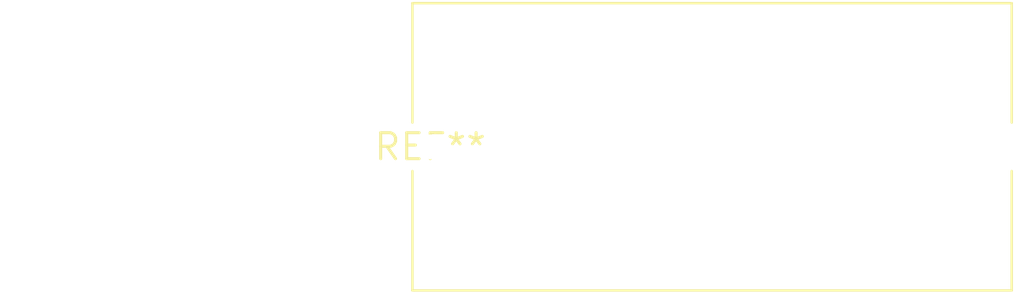
<source format=kicad_pcb>
(kicad_pcb (version 20240108) (generator pcbnew)
  (layers (0 "F.Cu" signal) (31 "B.Cu" signal) (34 "B.Paste" user) (35 "F.Paste" user) (36 "B.SilkS" user "B.Silkscreen") (37 "F.SilkS" user "F.Silkscreen") (38 "B.Mask" user) (39 "F.Mask" user) (44 "Edge.Cuts" user))
  (net 0 "")
  (footprint "C_Rect_L29.0mm_W13.8mm_P27.50mm_MKT" (layer "F.Cu") (at 0 0)
    (property "Reference" "REF**")
    (property "Value" "C_Rect_L29.0mm_W13.8mm_P27.50mm_MKT")
    (fp_line (start -0.87 -7.02) (end -0.87 -1.185) (layer "F.SilkS") (stroke (width 0.12)))
    (fp_line (start -0.87 -7.02) (end 28.37 -7.02) (layer "F.SilkS") (stroke (width 0.12)))
    (fp_line (start -0.87 1.185) (end -0.87 7.02) (layer "F.SilkS") (stroke (width 0.12)))
    (fp_line (start -0.87 7.02) (end 28.37 7.02) (layer "F.SilkS") (stroke (width 0.12)))
    (fp_line (start 28.37 -7.02) (end 28.37 -1.185) (layer "F.SilkS") (stroke (width 0.12)))
    (fp_line (start 28.37 1.185) (end 28.37 7.02) (layer "F.SilkS") (stroke (width 0.12)))
    (pad "1" thru_hole circle (at 0 0) (size 2.4 2.4) (drill 1.2) (layers *.Cu *.Mask) (remove_unused_layers))
    (pad "2" thru_hole circle (at 27.5 0) (size 2.4 2.4) (drill 1.2) (layers *.Cu *.Mask) (remove_unused_layers))
  )
)
</source>
